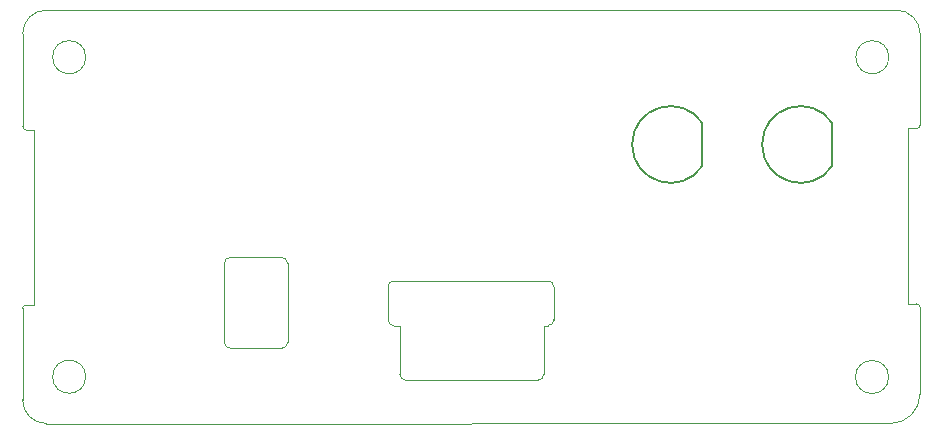
<source format=gko>
G04 #@! TF.FileFunction,Profile,NP*
%FSLAX46Y46*%
G04 Gerber Fmt 4.6, Leading zero omitted, Abs format (unit mm)*
G04 Created by KiCad (PCBNEW (2016-10-28 revision 192d4b8)-makepkg) date 11/04/16 19:07:24*
%MOMM*%
%LPD*%
G01*
G04 APERTURE LIST*
%ADD10C,0.150000*%
%ADD11C,0.100000*%
%ADD12C,0.020000*%
G04 APERTURE END LIST*
D10*
D11*
X43649854Y-32143620D02*
X32449854Y-32143620D01*
X43649854Y-32143620D02*
G75*
G03X44149854Y-31643620I0J500000D01*
G01*
X44149854Y-27523620D02*
X44149854Y-31643620D01*
X17599854Y-29443620D02*
X21949854Y-29443620D01*
X21949854Y-29443620D02*
G75*
G03X22449854Y-28943620I0J500000D01*
G01*
X22449854Y-22243620D02*
X22449854Y-28943620D01*
X22449854Y-22243620D02*
G75*
G03X21949854Y-21743620I-500000J0D01*
G01*
X21949854Y-21743620D02*
X17599854Y-21743620D01*
X17599854Y-21743620D02*
G75*
G03X17099854Y-22243620I0J-500000D01*
G01*
X17099854Y-22243620D02*
X17099854Y-28943620D01*
X17099854Y-28943620D02*
G75*
G03X17599854Y-29443620I500000J0D01*
G01*
X31949854Y-31643620D02*
G75*
G03X32449854Y-32143620I500000J0D01*
G01*
X31949854Y-27523620D02*
X31949854Y-31643620D01*
X44149854Y-27523620D02*
X44499854Y-27523620D01*
X31949854Y-27523620D02*
X31449854Y-27523620D01*
X44499854Y-27523620D02*
G75*
G03X44999854Y-27023620I0J500000D01*
G01*
X44999854Y-24243620D02*
X44999854Y-27023620D01*
X30949854Y-27023620D02*
G75*
G03X31449854Y-27523620I500000J0D01*
G01*
X30949854Y-24243620D02*
X30949854Y-27023620D01*
X31449854Y-23743620D02*
G75*
G03X30949854Y-24243620I0J-500000D01*
G01*
X44499854Y-23743620D02*
X31449854Y-23743620D01*
X44999854Y-24243620D02*
G75*
G03X44499854Y-23743620I-500000J0D01*
G01*
D12*
X14627Y-33815704D02*
G75*
G03X2014627Y-35815704I2000000J0D01*
G01*
X76004627Y-2815704D02*
G75*
G03X74004627Y-815704I-2000000J0D01*
G01*
X2014626Y-815704D02*
G75*
G03X14627Y-2815705I1J-2000000D01*
G01*
X5359627Y-4800704D02*
G75*
G03X5359627Y-4800704I-1400000J0D01*
G01*
X5359627Y-31850704D02*
G75*
G03X5359627Y-31850704I-1400000J0D01*
G01*
X73334627Y-31875704D02*
G75*
G03X73334627Y-31875704I-1400000J0D01*
G01*
X76004627Y-25975704D02*
G75*
G03X75704627Y-25675704I-300000J0D01*
G01*
X75704627Y-10835704D02*
G75*
G03X76004627Y-10535704I0J300000D01*
G01*
X14627Y-10635704D02*
G75*
G03X314627Y-10935704I300000J0D01*
G01*
X314627Y-25775704D02*
G75*
G03X14627Y-26075704I0J-300000D01*
G01*
X14627Y-2815704D02*
X14627Y-10635704D01*
X14627Y-26075704D02*
X14627Y-33815704D01*
X76004627Y-25975704D02*
X76004627Y-33315704D01*
X76004627Y-2815704D02*
X76004627Y-10535704D01*
X75014626Y-10835704D02*
X75704627Y-10835704D01*
X75014627Y-25675704D02*
X75014626Y-10835704D01*
X75014627Y-25675704D02*
X75704627Y-25675704D01*
X1004627Y-10935704D02*
X1004627Y-25775704D01*
X1004627Y-10935704D02*
X314627Y-10935704D01*
X1004627Y-25775704D02*
X314627Y-25775704D01*
X73359627Y-4800704D02*
G75*
G03X73359627Y-4800704I-1400000J0D01*
G01*
X76004627Y-33315704D02*
G75*
G02X73514627Y-35805704I-2490000J0D01*
G01*
X73514627Y-35805704D02*
X2014627Y-35815704D01*
X2014627Y-815704D02*
X74004627Y-815704D01*
D10*
X57574854Y-13999422D02*
G75*
G02X57574854Y-10379422I-2700000J1810000D01*
G01*
X57574854Y-10379422D02*
X57574854Y-13999422D01*
X68574854Y-10379422D02*
X68574854Y-13999422D01*
X68574854Y-13999422D02*
G75*
G02X68574854Y-10379422I-2700000J1810000D01*
G01*
M02*

</source>
